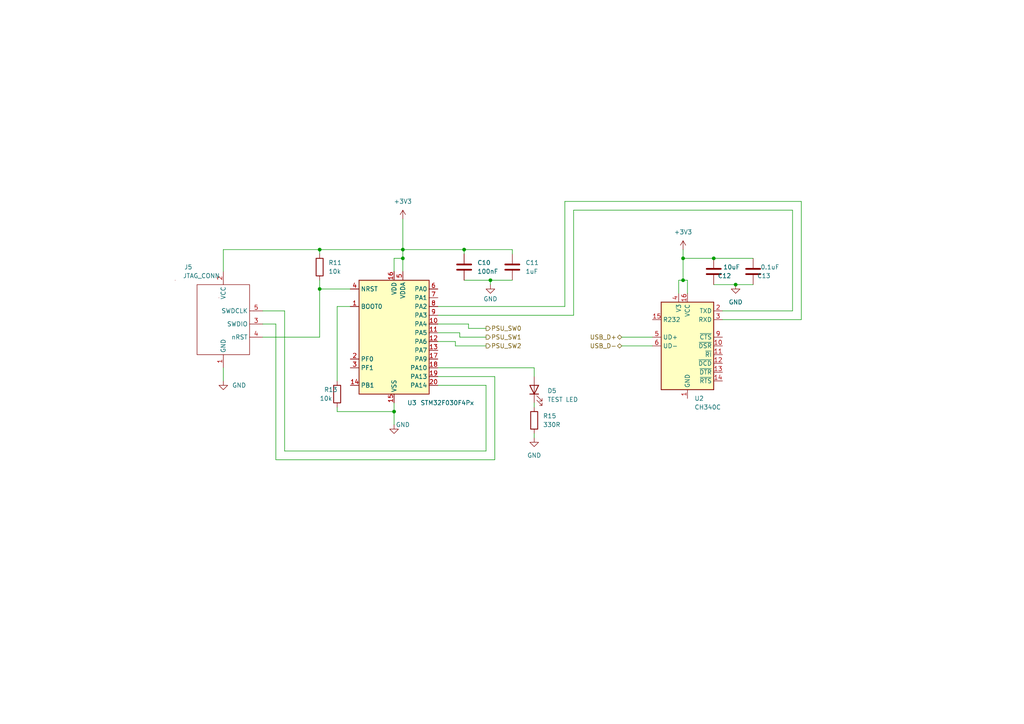
<source format=kicad_sch>
(kicad_sch (version 20211123) (generator eeschema)
  (paper "A4")
  (lib_symbols
    (symbol "Device:C" (pin_numbers hide) (pin_names (offset 0.254))
      (property "Reference" "C" (at 0.635 2.54 0))
      (property "Value" "C" (at 0.635 -2.54 0))
      (symbol "C_0_1"
        (polyline (pts (xy -2.032 -0.762) (xy 2.032 -0.762)) (stroke (width 0.508)))
        (polyline (pts (xy -2.032 0.762) (xy 2.032 0.762)) (stroke (width 0.508)))
      )
      (symbol "C_1_1"
        (pin passive line (at 0 3.81 270) (length 2.794) (name "~") (number "1"))
        (pin passive line (at 0 -3.81 90) (length 2.794) (name "~") (number "2"))
      )
    )
    (symbol "Device:LED" (pin_numbers hide) (pin_names (offset 1.016) hide)
      (property "Reference" "D" (at 0 2.54 0))
      (property "Value" "LED" (at 0 -2.54 0))
      (symbol "LED_0_1"
        (polyline (pts (xy -1.27 -1.27) (xy -1.27 1.27)) (stroke (width 0.254)))
        (polyline (pts (xy -1.27 0) (xy 1.27 0)))
        (polyline (pts (xy 1.27 -1.27) (xy 1.27 1.27) (xy -1.27 0) (xy 1.27 -1.27)) (stroke (width 0.254)))
        (polyline (pts (xy -3.048 -0.762) (xy -4.572 -2.286) (xy -3.81 -2.286) (xy -4.572 -2.286) (xy -4.572 -1.524)))
        (polyline (pts (xy -1.778 -0.762) (xy -3.302 -2.286) (xy -2.54 -2.286) (xy -3.302 -2.286) (xy -3.302 -1.524)))
      )
      (symbol "LED_1_1"
        (pin passive line (at -3.81 0 0) (length 2.54) (name "K") (number "1"))
        (pin passive line (at 3.81 0 180) (length 2.54) (name "A") (number "2"))
      )
    )
    (symbol "Device:R" (pin_numbers hide) (pin_names (offset 0))
      (property "Reference" "R" (at 2.032 0 90))
      (property "Value" "R" (at 0 0 90))
      (symbol "R_0_1"
        (rectangle (start -1.016 -2.54) (end 1.016 2.54) (stroke (width 0.254)))
      )
      (symbol "R_1_1"
        (pin passive line (at 0 3.81 270) (length 1.27) (name "~") (number "1"))
        (pin passive line (at 0 -3.81 90) (length 1.27) (name "~") (number "2"))
      )
    )
    (symbol "Interface_USB:CH340C"
      (property "Reference" "U" (at -5.08 13.97 0))
      (property "Value" "CH340C" (at 1.27 13.97 0))
      (symbol "CH340C_0_1"
        (rectangle (start -7.62 12.7) (end 7.62 -12.7) (stroke (width 0.254)) (fill (type background)))
      )
      (symbol "CH340C_1_1"
        (pin power_in line (at 0 -15.24 90) (length 2.54) (name "GND") (number "1"))
        (pin input line (at 10.16 0 180) (length 2.54) (name "~{DSR}") (number "10"))
        (pin input line (at 10.16 -2.54 180) (length 2.54) (name "~{RI}") (number "11"))
        (pin input line (at 10.16 -5.08 180) (length 2.54) (name "~{DCD}") (number "12"))
        (pin output line (at 10.16 -7.62 180) (length 2.54) (name "~{DTR}") (number "13"))
        (pin output line (at 10.16 -10.16 180) (length 2.54) (name "~{RTS}") (number "14"))
        (pin input line (at -10.16 7.62 0) (length 2.54) (name "R232") (number "15"))
        (pin power_in line (at 0 15.24 270) (length 2.54) (name "VCC") (number "16"))
        (pin output line (at 10.16 10.16 180) (length 2.54) (name "TXD") (number "2"))
        (pin input line (at 10.16 7.62 180) (length 2.54) (name "RXD") (number "3"))
        (pin passive line (at -2.54 15.24 270) (length 2.54) (name "V3") (number "4"))
        (pin bidirectional line (at -10.16 2.54 0) (length 2.54) (name "UD+") (number "5"))
        (pin bidirectional line (at -10.16 0 0) (length 2.54) (name "UD-") (number "6"))
        (pin no_connect line (at -7.62 -7.62 0) (length 2.54) hide (name "NC") (number "7"))
        (pin no_connect line (at -7.62 -10.16 0) (length 2.54) hide (name "NC") (number "8"))
        (pin input line (at 10.16 2.54 180) (length 2.54) (name "~{CTS}") (number "9"))
      )
    )
    (symbol "MCU_ST_STM32F0:STM32F030F4Px"
      (property "Reference" "U" (at -10.16 16.51 0))
      (property "Value" "STM32F030F4Px" (at 5.08 16.51 0))
      (symbol "STM32F030F4Px_0_1"
        (rectangle (start -10.16 -17.78) (end 10.16 15.24) (stroke (width 0.254)) (fill (type background)))
      )
      (symbol "STM32F030F4Px_1_1"
        (pin input line (at -12.7 7.62 0) (length 2.54) (name "BOOT0") (number "1"))
        (pin bidirectional line (at 12.7 2.54 180) (length 2.54) (name "PA4") (number "10"))
        (pin bidirectional line (at 12.7 0 180) (length 2.54) (name "PA5") (number "11"))
        (pin bidirectional line (at 12.7 -2.54 180) (length 2.54) (name "PA6") (number "12"))
        (pin bidirectional line (at 12.7 -5.08 180) (length 2.54) (name "PA7") (number "13"))
        (pin bidirectional line (at -12.7 -15.24 0) (length 2.54) (name "PB1") (number "14"))
        (pin power_in line (at 0 -20.32 90) (length 2.54) (name "VSS") (number "15"))
        (pin power_in line (at 0 17.78 270) (length 2.54) (name "VDD") (number "16"))
        (pin bidirectional line (at 12.7 -7.62 180) (length 2.54) (name "PA9") (number "17"))
        (pin bidirectional line (at 12.7 -10.16 180) (length 2.54) (name "PA10") (number "18"))
        (pin bidirectional line (at 12.7 -12.7 180) (length 2.54) (name "PA13") (number "19"))
        (pin input line (at -12.7 -7.62 0) (length 2.54) (name "PF0") (number "2"))
        (pin bidirectional line (at 12.7 -15.24 180) (length 2.54) (name "PA14") (number "20"))
        (pin input line (at -12.7 -10.16 0) (length 2.54) (name "PF1") (number "3"))
        (pin input line (at -12.7 12.7 0) (length 2.54) (name "NRST") (number "4"))
        (pin power_in line (at 2.54 17.78 270) (length 2.54) (name "VDDA") (number "5"))
        (pin bidirectional line (at 12.7 12.7 180) (length 2.54) (name "PA0") (number "6"))
        (pin bidirectional line (at 12.7 10.16 180) (length 2.54) (name "PA1") (number "7"))
        (pin bidirectional line (at 12.7 7.62 180) (length 2.54) (name "PA2") (number "8"))
        (pin bidirectional line (at 12.7 5.08 180) (length 2.54) (name "PA3") (number "9"))
      )
    )
    (symbol "power:+3V3" (power) (pin_names (offset 0))
      (property "Value" "+3V3" (at 0 3.556 0))
      (symbol "+3V3_0_1"
        (polyline (pts (xy -0.762 1.27) (xy 0 2.54)))
        (polyline (pts (xy 0 0) (xy 0 2.54)))
        (polyline (pts (xy 0 2.54) (xy 0.762 1.27)))
      )
      (symbol "+3V3_1_1"
        (pin power_in line (at 0 0 90) (length 0) hide (name "+3V3") (number "1"))
      )
    )
    (symbol "power:GND" (power) (pin_names (offset 0))
      (property "Value" "GND" (at 0 -3.81 0))
      (symbol "GND_0_1"
        (polyline (pts (xy 0 0) (xy 0 -1.27) (xy 1.27 -1.27) (xy 0 -2.54) (xy -1.27 -1.27) (xy 0 -1.27)))
      )
      (symbol "GND_1_1"
        (pin power_in line (at 0 0 270) (length 0) hide (name "GND") (number "1"))
      )
    )
    (symbol "switched_usb_hub:JTAG_CONN"
      (property "Reference" "J5" (at -10.16 20.32 0))
      (property "Value" "JTAG_CONN" (at -6.35 17.78 0))
      (symbol "JTAG_CONN_0_1"
        (rectangle (start -13.97 16.51) (end -13.97 16.51))
        (rectangle (start -7.62 15.24) (end 7.62 -5.08))
        (rectangle (start -1.27 11.43) (end -1.27 11.43))
        (rectangle (start 8.89 7.62) (end 8.89 7.62))
      )
      (symbol "JTAG_CONN_1_1"
        (pin input line (at 0 -8.89 90) (length 3.81) (name "GND") (number "1"))
        (pin input line (at 0 19.05 270) (length 3.81) (name "VCC") (number "2"))
        (pin bidirectional line (at 11.43 3.81 180) (length 3.81) (name "SWDIO") (number "3"))
        (pin output line (at 11.43 0 180) (length 3.81) (name "nRST") (number "4"))
        (pin bidirectional line (at 11.43 7.62 180) (length 3.81) (name "SWDCLK") (number "5"))
      )
    )
  )
  (junction (at 198.12 74.93))
  (junction (at 213.36 82.55))
  (junction (at 116.84 74.93))
  (junction (at 134.62 72.39))
  (junction (at 198.12 81.28))
  (junction (at 116.84 72.39))
  (junction (at 92.71 83.82))
  (junction (at 142.24 81.28))
  (junction (at 207.01 74.93))
  (junction (at 92.71 72.39))
  (junction (at 114.3 119.38))
  (wire (pts (xy 92.71 97.79) (xy 92.71 83.82)))
  (wire (pts (xy 199.39 81.28) (xy 198.12 81.28)))
  (wire (pts (xy 134.62 81.28) (xy 142.24 81.28)))
  (wire (pts (xy 80.01 133.35) (xy 80.01 93.98)))
  (wire (pts (xy 199.39 85.09) (xy 199.39 81.28)))
  (wire (pts (xy 163.83 88.9) (xy 127 88.9)))
  (wire (pts (xy 134.62 72.39) (xy 148.59 72.39)))
  (wire (pts (xy 97.79 119.38) (xy 114.3 119.38)))
  (wire (pts (xy 64.77 78.74) (xy 64.77 72.39)))
  (wire (pts (xy 114.3 119.38) (xy 114.3 123.19)))
  (wire (pts (xy 180.34 97.79) (xy 189.23 97.79)))
  (wire (pts (xy 127 109.22) (xy 143.51 109.22)))
  (wire (pts (xy 127 91.44) (xy 166.37 91.44)))
  (wire (pts (xy 229.87 60.96) (xy 229.87 90.17)))
  (wire (pts (xy 135.89 95.25) (xy 140.97 95.25)))
  (wire (pts (xy 166.37 91.44) (xy 166.37 60.96)))
  (wire (pts (xy 114.3 116.84) (xy 114.3 119.38)))
  (wire (pts (xy 127 99.06) (xy 132.08 99.06)))
  (wire (pts (xy 64.77 72.39) (xy 92.71 72.39)))
  (wire (pts (xy 114.3 78.74) (xy 114.3 74.93)))
  (wire (pts (xy 116.84 74.93) (xy 116.84 78.74)))
  (wire (pts (xy 92.71 72.39) (xy 116.84 72.39)))
  (wire (pts (xy 127 111.76) (xy 140.97 111.76)))
  (wire (pts (xy 198.12 74.93) (xy 198.12 81.28)))
  (wire (pts (xy 163.83 58.42) (xy 163.83 88.9)))
  (wire (pts (xy 148.59 73.66) (xy 148.59 72.39)))
  (wire (pts (xy 154.94 125.73) (xy 154.94 127)))
  (wire (pts (xy 133.35 97.79) (xy 140.97 97.79)))
  (wire (pts (xy 82.55 90.17) (xy 82.55 130.81)))
  (wire (pts (xy 198.12 81.28) (xy 196.85 81.28)))
  (wire (pts (xy 101.6 88.9) (xy 97.79 88.9)))
  (wire (pts (xy 116.84 63.5) (xy 116.84 72.39)))
  (wire (pts (xy 232.41 58.42) (xy 232.41 92.71)))
  (wire (pts (xy 143.51 133.35) (xy 80.01 133.35)))
  (wire (pts (xy 143.51 109.22) (xy 143.51 133.35)))
  (wire (pts (xy 213.36 82.55) (xy 218.44 82.55)))
  (wire (pts (xy 116.84 72.39) (xy 134.62 72.39)))
  (wire (pts (xy 166.37 60.96) (xy 229.87 60.96)))
  (wire (pts (xy 82.55 130.81) (xy 140.97 130.81)))
  (wire (pts (xy 132.08 99.06) (xy 132.08 100.33)))
  (wire (pts (xy 209.55 92.71) (xy 232.41 92.71)))
  (wire (pts (xy 76.2 97.79) (xy 92.71 97.79)))
  (wire (pts (xy 133.35 97.79) (xy 133.35 96.52)))
  (wire (pts (xy 127 93.98) (xy 135.89 93.98)))
  (wire (pts (xy 207.01 74.93) (xy 218.44 74.93)))
  (wire (pts (xy 114.3 74.93) (xy 116.84 74.93)))
  (wire (pts (xy 97.79 118.11) (xy 97.79 119.38)))
  (wire (pts (xy 232.41 58.42) (xy 163.83 58.42)))
  (wire (pts (xy 132.08 100.33) (xy 140.97 100.33)))
  (wire (pts (xy 80.01 93.98) (xy 76.2 93.98)))
  (wire (pts (xy 135.89 93.98) (xy 135.89 95.25)))
  (wire (pts (xy 116.84 72.39) (xy 116.84 74.93)))
  (wire (pts (xy 92.71 81.28) (xy 92.71 83.82)))
  (wire (pts (xy 198.12 74.93) (xy 207.01 74.93)))
  (wire (pts (xy 133.35 96.52) (xy 127 96.52)))
  (wire (pts (xy 142.24 81.28) (xy 148.59 81.28)))
  (wire (pts (xy 154.94 106.68) (xy 154.94 109.22)))
  (wire (pts (xy 198.12 72.39) (xy 198.12 74.93)))
  (wire (pts (xy 127 106.68) (xy 154.94 106.68)))
  (wire (pts (xy 140.97 130.81) (xy 140.97 111.76)))
  (wire (pts (xy 92.71 83.82) (xy 101.6 83.82)))
  (wire (pts (xy 154.94 116.84) (xy 154.94 118.11)))
  (wire (pts (xy 180.34 100.33) (xy 189.23 100.33)))
  (wire (pts (xy 64.77 106.68) (xy 64.77 110.49)))
  (wire (pts (xy 207.01 82.55) (xy 213.36 82.55)))
  (wire (pts (xy 142.24 81.28) (xy 142.24 82.55)))
  (wire (pts (xy 209.55 90.17) (xy 229.87 90.17)))
  (wire (pts (xy 196.85 81.28) (xy 196.85 85.09)))
  (wire (pts (xy 92.71 72.39) (xy 92.71 73.66)))
  (wire (pts (xy 134.62 72.39) (xy 134.62 73.66)))
  (wire (pts (xy 76.2 90.17) (xy 82.55 90.17)))
  (wire (pts (xy 97.79 88.9) (xy 97.79 110.49)))
  (hierarchical_label "PSU_SW0" (shape output) (at 140.97 95.25 0))
  (hierarchical_label "PSU_SW1" (shape output) (at 140.97 97.79 0))
  (hierarchical_label "USB_D+" (shape bidirectional) (at 180.34 97.79 180))
  (hierarchical_label "PSU_SW2" (shape output) (at 140.97 100.33 0))
  (hierarchical_label "USB_D-" (shape bidirectional) (at 180.34 100.33 180))
  (symbol (lib_id "MCU_ST_STM32F0:STM32F030F4Px") (at 114.3 96.52 0) (unit 1)
    (property "Reference" "U3" (at 118.11 116.84 0) (effects (justify left)))
    (property "Value" "STM32F030F4Px" (at 121.92 116.84 0) (effects (justify left)))
    (property "Footprint" "Package_SO:TSSOP-20_4.4x6.5mm_P0.65mm" (effects hide))
    (property "Datasheet" "http://www.st.com/st-web-ui/static/active/en/resource/technical/document/datasheet/DM00088500.pdf" (effects hide))
  )
  (symbol (lib_id "power:GND") (at 142.24 82.55 0) (unit 1)
    (property "Reference" "#PWR018" (effects hide))
    (property "Value" "GND" (at 140.1952 86.7089 0) (effects (justify left)))
  )
  (symbol (lib_id "power:+3V3") (at 116.84 63.5 0) (unit 1)
    (property "Reference" "#PWR017" (effects hide))
    (property "Value" "+3V3" (at 116.84 58.42 0))
  )
  (symbol (lib_id "power:GND") (at 64.77 110.49 0) (unit 1)
    (property "Reference" "#PWR015" (effects hide))
    (property "Value" "GND" (at 67.31 111.7599 0) (effects (justify left)))
  )
  (symbol (lib_id "power:GND") (at 114.3 123.19 0) (unit 1)
    (property "Reference" "#PWR016" (effects hide))
    (property "Value" "GND" (at 116.84 123.19 0))
  )
  (symbol (lib_id "power:+3V3") (at 198.12 72.39 0) (unit 1)
    (property "Reference" "#PWR0106" (effects hide))
    (property "Value" "+3V3" (at 198.12 67.31 0))
  )
  (symbol (lib_id "Device:R") (at 154.94 121.92 0) (unit 1)
    (property "Reference" "R15" (at 157.48 120.6499 0) (effects (justify left)))
    (property "Value" "330R" (at 157.48 123.1899 0) (effects (justify left)))
    (property "Footprint" "Resistor_SMD:R_0805_2012Metric_Pad1.20x1.40mm_HandSolder" (effects hide))
  )
  (symbol (lib_id "switched_usb_hub:JTAG_CONN") (at 64.77 97.79 0) (unit 1)
    (property "Reference" "J5" (at 54.61 77.47 0))
    (property "Value" "JTAG_CONN" (at 58.42 80.01 0))
    (property "Footprint" "Connector_PinHeader_1.27mm:PinHeader_1x05_P1.27mm_Vertical" (effects hide))
  )
  (symbol (lib_id "power:GND") (at 213.36 82.55 0) (unit 1)
    (property "Reference" "#PWR0105" (effects hide))
    (property "Value" "GND" (at 213.36 87.63 0))
  )
  (symbol (lib_id "Device:C") (at 148.59 77.47 180) (unit 1)
    (property "Reference" "C11" (at 152.4 76.1999 0) (effects (justify right)))
    (property "Value" "1uF" (at 152.4 78.7399 0) (effects (justify right)))
    (property "Footprint" "Capacitor_SMD:C_0805_2012Metric_Pad1.18x1.45mm_HandSolder" (effects hide))
  )
  (symbol (lib_id "Device:C") (at 218.44 78.74 0) (unit 1)
    (property "Reference" "C13" (at 223.52 80.01 0) (effects (justify right)))
    (property "Value" "0.1uF" (at 226.06 77.47 0) (effects (justify right)))
    (property "Footprint" "Capacitor_SMD:C_0805_2012Metric_Pad1.18x1.45mm_HandSolder" (effects hide))
  )
  (symbol (lib_id "Device:R") (at 97.79 114.3 180) (unit 1)
    (property "Reference" "R13" (at 93.98 113.03 0) (effects (justify right)))
    (property "Value" "10k" (at 92.71 115.57 0) (effects (justify right)))
    (property "Footprint" "Resistor_SMD:R_0805_2012Metric_Pad1.20x1.40mm_HandSolder" (effects hide))
  )
  (symbol (lib_id "Device:LED") (at 154.94 113.03 90) (unit 1)
    (property "Reference" "D5" (at 158.75 113.3474 90) (effects (justify right)))
    (property "Value" "TEST LED" (at 158.75 115.8874 90) (effects (justify right)))
    (property "Footprint" "LED_SMD:LED_0805_2012Metric_Pad1.15x1.40mm_HandSolder" (effects hide))
  )
  (symbol (lib_id "power:GND") (at 154.94 127 0) (unit 1)
    (property "Reference" "#PWR0104" (effects hide))
    (property "Value" "GND" (at 154.94 132.08 0))
  )
  (symbol (lib_id "Device:C") (at 207.01 78.74 0) (unit 1)
    (property "Reference" "C12" (at 212.09 80.01 0) (effects (justify right)))
    (property "Value" "10uF" (at 214.63 77.47 0) (effects (justify right)))
    (property "Footprint" "Capacitor_SMD:C_0805_2012Metric_Pad1.18x1.45mm_HandSolder" (effects hide))
  )
  (symbol (lib_id "Device:C") (at 134.62 77.47 180) (unit 1)
    (property "Reference" "C10" (at 138.43 76.1999 0) (effects (justify right)))
    (property "Value" "100nF" (at 138.43 78.7399 0) (effects (justify right)))
    (property "Footprint" "Capacitor_SMD:C_0805_2012Metric_Pad1.18x1.45mm_HandSolder" (effects hide))
  )
  (symbol (lib_id "Interface_USB:CH340C") (at 199.39 100.33 0) (unit 1)
    (property "Reference" "U2" (at 201.4094 115.57 0) (effects (justify left)))
    (property "Value" "CH340C" (at 201.4094 118.11 0) (effects (justify left)))
    (property "Footprint" "Package_SO:SOIC-16_3.9x9.9mm_P1.27mm" (effects hide))
    (property "Datasheet" "https://datasheet.lcsc.com/szlcsc/Jiangsu-Qin-Heng-CH340C_C84681.pdf" (effects hide))
  )
  (symbol (lib_id "Device:R") (at 92.71 77.47 0) (unit 1)
    (property "Reference" "R11" (at 95.25 76.1999 0) (effects (justify left)))
    (property "Value" "10k" (at 95.25 78.7399 0) (effects (justify left)))
    (property "Footprint" "Resistor_SMD:R_0805_2012Metric_Pad1.20x1.40mm_HandSolder" (effects hide))
  )
)
</source>
